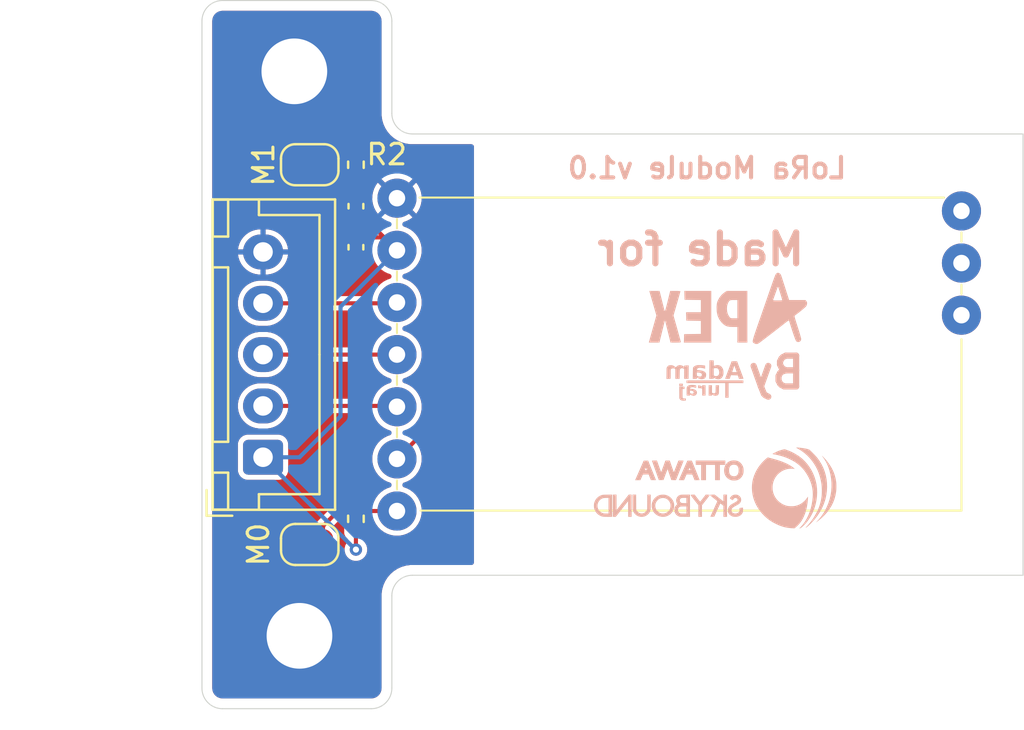
<source format=kicad_pcb>
(kicad_pcb (version 20241229) (generator "pcbnew") (generator_version "9.0")
  (title_block (title "LoRa Module") (date "2025-05-30") (rev "v1.0") (company "Ottawa Skybound") (comment 1 "Designed by Adam Turaj"))
  (layers (0 "F.Cu" signal) (2 "B.Cu" signal) (13 "F.Paste" user) (15 "B.Paste" user) (5 "F.SilkS" user "F.Silkscreen") (7 "B.SilkS" user "B.Silkscreen") (1 "F.Mask" user) (3 "B.Mask" user) (25 "Edge.Cuts" user))
  (net 0 "")
  (net 1 "+3V3")
  (net 2 "GND")
  (net 3 "Net-(J1-Pin_4)")
  (net 4 "Net-(J1-Pin_3)")
  (net 5 "Net-(J1-Pin_2)")
  (net 6 "Net-(JP1-A)")
  (net 7 "Net-(JP2-A)")
  (footprint "Capacitor_SMD:C_0402_1005Metric" (layer "F.Cu") (at 137.95 89.44 -90)
    (property "Reference" "C2" (hide yes))
    (property "Value" "4.7uF")
    (pad "1" smd roundrect (at -0.48 0 270) (size 0.56 0.62) (layers "F.Cu" "F.Mask" "F.Paste") (net 1 "+3V3"))
    (pad "2" smd roundrect (at 0.48 0 270) (size 0.56 0.62) (layers "F.Cu" "F.Mask" "F.Paste") (net 2 "GND"))
  )
  (footprint "RF_EByte:EBYTE-E220-900T22D" (layer "F.Cu") (at 154.45 94.67 90)
    (property "Reference" "U1" (hide yes))
    (property "Value" "~")
    (pad "1" thru_hole circle (at -7.62 -14.5 90) (size 1.905 1.905) (drill 0.8) (layers "*.Cu" "*.Mask") (net 6 "Net-(JP1-A)"))
    (pad "2" thru_hole circle (at -5.08 -14.5 90) (size 1.905 1.905) (drill 0.8) (layers "*.Cu" "*.Mask") (net 7 "Net-(JP2-A)"))
    (pad "3" thru_hole circle (at -2.54 -14.5 90) (size 1.905 1.905) (drill 0.8) (layers "*.Cu" "*.Mask") (net 5 "Net-(J1-Pin_2)"))
    (pad "4" thru_hole circle (at 0 -14.5 90) (size 1.905 1.905) (drill 0.8) (layers "*.Cu" "*.Mask") (net 4 "Net-(J1-Pin_3)"))
    (pad "5" thru_hole circle (at 2.54 -14.5 90) (size 1.905 1.905) (drill 0.8) (layers "*.Cu" "*.Mask") (net 3 "Net-(J1-Pin_4)"))
    (pad "6" thru_hole circle (at 5.08 -14.5 90) (size 1.905 1.905) (drill 0.8) (layers "*.Cu" "*.Mask") (net 1 "+3V3"))
    (pad "7" thru_hole circle (at 7.62 -14.5 90) (size 1.905 1.905) (drill 0.8) (layers "*.Cu" "*.Mask") (net 2 "GND"))
    (pad "8" thru_hole circle (at 1.92 13 90) (size 1.905 1.905) (drill 0.8) (layers "*.Cu" "*.Mask"))
    (pad "9" thru_hole circle (at 4.46 13 90) (size 1.905 1.905) (drill 0.8) (layers "*.Cu" "*.Mask"))
    (pad "10" thru_hole circle (at 7 13 90) (size 1.905 1.905) (drill 0.8) (layers "*.Cu" "*.Mask"))
  )
  (footprint "Connector_JST:JST_XH_B5B-XH-A_1x05_P2.50mm_Vertical" (layer "F.Cu") (at 133.425 99.67 90)
    (property "Reference" "J1" (hide yes))
    (property "Value" "Conn_MB")
    (pad "1" thru_hole roundrect (at 0 0 90) (size 1.7 1.95) (drill 0.95) (layers "*.Cu" "*.Mask") (roundrect_rratio 0.147059) (net 1 "+3V3"))
    (pad "2" thru_hole oval (at 2.5 0 90) (size 1.7 1.95) (drill 0.95) (layers "*.Cu" "*.Mask") (net 5 "Net-(J1-Pin_2)"))
    (pad "3" thru_hole oval (at 5 0 90) (size 1.7 1.95) (drill 0.95) (layers "*.Cu" "*.Mask") (net 4 "Net-(J1-Pin_3)"))
    (pad "4" thru_hole oval (at 7.5 0 90) (size 1.7 1.95) (drill 0.95) (layers "*.Cu" "*.Mask") (net 3 "Net-(J1-Pin_4)"))
    (pad "5" thru_hole oval (at 10 0 90) (size 1.7 1.95) (drill 0.95) (layers "*.Cu" "*.Mask") (net 2 "GND"))
  )
  (footprint "Jumper:SolderJumper-2_P1.3mm_Open_RoundedPad1.0x1.5mm" (layer "F.Cu") (at 135.7 85.42 180)
    (property "Reference" "M1" (at 2.25 0 90) (layer "F.SilkS"))
    (property "Value" "Jumper_2_Bridged")
    (pad "1" smd custom (at -0.65 0 180) (size 1 0.5) (layers "F.Cu" "F.Mask") (net 7 "Net-(JP2-A)") (options (clearance outline) (anchor rect)) (primitives (gr_circle (center 0 0.25) (end 0.5 0.25) (width 0) (fill yes)) (gr_circle (center 0 -0.25) (end 0.5 -0.25) (width 0) (fill yes)) (gr_poly (pts (xy 0.5 0.75) (xy 0 0.75) (xy 0 -0.75) (xy 0.5 -0.75)) (width 0) (fill yes))))
    (pad "2" smd custom (at 0.65 0 180) (size 1 0.5) (layers "F.Cu" "F.Mask") (net 1 "+3V3") (options (clearance outline) (anchor rect)) (primitives (gr_circle (center 0 0.25) (end 0.5 0.25) (width 0) (fill yes)) (gr_circle (center 0 -0.25) (end 0.5 -0.25) (width 0) (fill yes)) (gr_poly (pts (xy 0 0.75) (xy -0.5 0.75) (xy -0.5 -0.75) (xy 0 -0.75)) (width 0) (fill yes))))
  )
  (footprint "Resistor_SMD:R_0402_1005Metric" (layer "F.Cu") (at 137.95 85.42 -90)
    (property "Reference" "R2" (at -0.5 -1.5 0) (layer "F.SilkS"))
    (property "Value" "10k")
    (pad "1" smd roundrect (at -0.51 0 270) (size 0.54 0.64) (layers "F.Cu" "F.Mask" "F.Paste") (net 2 "GND"))
    (pad "2" smd roundrect (at 0.51 0 270) (size 0.54 0.64) (layers "F.Cu" "F.Mask" "F.Paste") (net 7 "Net-(JP2-A)"))
  )
  (footprint "Jumper:SolderJumper-2_P1.3mm_Open_RoundedPad1.0x1.5mm" (layer "F.Cu") (at 135.7 103.92 180)
    (property "Reference" "M0" (at 2.5 0 90) (layer "F.SilkS"))
    (property "Value" "Jumper_2_Bridged")
    (pad "1" smd custom (at -0.65 0 180) (size 1 0.5) (layers "F.Cu" "F.Mask") (net 6 "Net-(JP1-A)") (options (clearance outline) (anchor rect)) (primitives (gr_circle (center 0 0.25) (end 0.5 0.25) (width 0) (fill yes)) (gr_circle (center 0 -0.25) (end 0.5 -0.25) (width 0) (fill yes)) (gr_poly (pts (xy 0.5 0.75) (xy 0 0.75) (xy 0 -0.75) (xy 0.5 -0.75)) (width 0) (fill yes))))
    (pad "2" smd custom (at 0.65 0 180) (size 1 0.5) (layers "F.Cu" "F.Mask") (net 2 "GND") (options (clearance outline) (anchor rect)) (primitives (gr_circle (center 0 0.25) (end 0.5 0.25) (width 0) (fill yes)) (gr_circle (center 0 -0.25) (end 0.5 -0.25) (width 0) (fill yes)) (gr_poly (pts (xy 0 0.75) (xy -0.5 0.75) (xy -0.5 -0.75) (xy 0 -0.75)) (width 0) (fill yes))))
  )
  (footprint "MountingHole:MountingHole_3.2mm_M3_DIN965_Pad" (layer "F.Cu") (at 134.95 80.87)
    (property "Reference" "REF**" (hide yes))
    (property "Value" "MountingHole_3.2mm_M3_DIN965_Pad")
    (pad "1" thru_hole circle (at 0 0) (size 5.6 5.6) (drill 3.2) (layers "*.Cu" "*.Mask") (net 2 "GND"))
  )
  (footprint "Capacitor_SMD:C_0402_1005Metric" (layer "F.Cu") (at 137.95 87.44 90)
    (property "Reference" "C1" (hide yes))
    (property "Value" "0.1uF")
    (pad "1" smd roundrect (at -0.48 0 90) (size 0.56 0.62) (layers "F.Cu" "F.Mask" "F.Paste") (net 1 "+3V3"))
    (pad "2" smd roundrect (at 0.48 0 90) (size 0.56 0.62) (layers "F.Cu" "F.Mask" "F.Paste") (net 2 "GND"))
  )
  (footprint "MountingHole:MountingHole_3.2mm_M3_DIN965_Pad" (layer "F.Cu") (at 135.2 108.37)
    (property "Reference" "REF**" (hide yes))
    (property "Value" "MountingHole_3.2mm_M3_DIN965_Pad")
    (pad "1" thru_hole circle (at 0 0) (size 5.6 5.6) (drill 3.2) (layers "*.Cu" "*.Mask") (net 2 "GND"))
  )
  (footprint "Resistor_SMD:R_0402_1005Metric" (layer "F.Cu") (at 137.95 102.67 90)
    (property "Reference" "R1" (hide yes))
    (property "Value" "10k")
    (pad "1" smd roundrect (at -0.51 0 90) (size 0.54 0.64) (layers "F.Cu" "F.Mask" "F.Paste") (net 1 "+3V3"))
    (pad "2" smd roundrect (at 0.51 0 90) (size 0.54 0.64) (layers "F.Cu" "F.Mask" "F.Paste") (net 6 "Net-(JP1-A)"))
  )
  (footprint "Silkscreen:Logo" (layer "B.Cu") (at 154.95 95.92 180)
    (property "Reference" "REF**" (hide yes))
    (property "Value" "LOGO" (hide yes))
  )
  (footprint "Silkscreen:TeamLogo" (layer "B.Cu") (at 155.060818 102.428461 180)
    (property "Reference" "G***" (hide yes))
    (property "Value" "LOGO" (hide yes))
  )
  (footprint "Silkscreen:ApexLogo" (layer "B.Cu") (at 154.857863 92.053301 180)
    (property "Reference" "G***" (hide yes))
    (property "Value" "LOGO" (hide yes))
  )
  (gr_line (start 130.45 78.42) (end 130.45 110.92) (stroke (width 0.05)) (layer "Edge.Cuts"))
  (gr_line (start 131.45 77.42) (end 138.7 77.42) (stroke (width 0.05)) (layer "Edge.Cuts"))
  (gr_line (start 139.7 106.42) (end 139.7 110.92) (stroke (width 0.05)) (layer "Edge.Cuts"))
  (gr_arc (start 139.7 110.92) (mid 139.407107 111.627107) (end 138.7 111.92) (stroke (width 0.05)) (layer "Edge.Cuts"))
  (gr_arc (start 138.7 77.42) (mid 139.407107 77.712893) (end 139.7 78.42) (stroke (width 0.05)) (layer "Edge.Cuts"))
  (gr_arc (start 130.45 78.42) (mid 130.742893 77.712893) (end 131.45 77.42) (stroke (width 0.05)) (layer "Edge.Cuts"))
  (gr_line (start 139.7 78.42) (end 139.7 82.92) (stroke (width 0.05)) (layer "Edge.Cuts"))
  (gr_line (start 140.7 83.92) (end 170.45 83.92) (stroke (width 0.05)) (layer "Edge.Cuts"))
  (gr_arc (start 131.45 111.92) (mid 130.742893 111.627107) (end 130.45 110.92) (stroke (width 0.05)) (layer "Edge.Cuts"))
  (gr_arc (start 139.7 106.42) (mid 139.992893 105.712893) (end 140.7 105.42) (stroke (width 0.05)) (layer "Edge.Cuts"))
  (gr_line (start 170.45 105.42) (end 170.45 83.92) (stroke (width 0.05)) (layer "Edge.Cuts"))
  (gr_arc (start 140.7 83.92) (mid 139.992893 83.627107) (end 139.7 82.92) (stroke (width 0.05)) (layer "Edge.Cuts"))
  (gr_line (start 140.7 105.42) (end 170.45 105.42) (stroke (width 0.05)) (layer "Edge.Cuts"))
  (gr_line (start 138.7 111.92) (end 131.45 111.92) (stroke (width 0.05)) (layer "Edge.Cuts"))
  (gr_text "By" (at 159.95 96.42 0) (layer "B.SilkS") (effects (font (size 1.5 1.5) (thickness 0.3) (bold yes)) (justify left bottom mirror)))
  (gr_text "Made for" (at 159.95 90.42 0) (layer "B.SilkS") (effects (font (size 1.5 1.5) (thickness 0.3) (bold yes)) (justify left bottom mirror)))
  (gr_text "LoRa Module v1.0" (at 161.95 86.17 0) (layer "B.SilkS") (effects (font (size 1 1) (thickness 0.2) (bold yes)) (justify left bottom mirror)))
  (segment (start 137.95 88.96) (end 139.32 88.96) (width 0.2) (layer "F.Cu") (net 1))
  (segment (start 138.28 87.92) (end 139.95 89.59) (width 0.2) (layer "F.Cu") (net 1))
  (segment (start 137.95 87.92) (end 136.795 87.92) (width 0.2) (layer "F.Cu") (net 1))
  (segment (start 139.32 88.96) (end 139.95 89.59) (width 0.2) (layer "F.Cu") (net 1))
  (segment (start 137.95 103.18) (end 137.95 104.17) (width 0.2) (layer "F.Cu") (net 1))
  (segment (start 135.05 86.175) (end 135.05 85.42) (width 0.2) (layer "F.Cu") (net 1))
  (segment (start 136.795 87.92) (end 135.05 86.175) (width 0.2) (layer "F.Cu") (net 1))
  (segment (start 137.95 87.92) (end 138.28 87.92) (width 0.2) (layer "F.Cu") (net 1))
  (via (at 137.95 104.17) (size 0.6) (drill 0.3) (layers "F.Cu" "B.Cu") (net 1))
  (segment (start 137.95 104.17) (end 137.925 104.17) (width 0.2) (layer "B.Cu") (net 1))
  (segment (start 137.2 97.67) (end 135.2 99.67) (width 0.2) (layer "B.Cu") (net 1))
  (segment (start 135.2 99.67) (end 133.425 99.67) (width 0.2) (layer "B.Cu") (net 1))
  (segment (start 139.95 89.59) (end 137.2 92.34) (width 0.2) (layer "B.Cu") (net 1))
  (segment (start 137.2 92.34) (end 137.2 97.67) (width 0.2) (layer "B.Cu") (net 1))
  (segment (start 137.925 104.17) (end 133.425 99.67) (width 0.2) (layer "B.Cu") (net 1))
  (segment (start 139.91 92.17) (end 139.95 92.13) (width 0.2) (layer "F.Cu") (net 3))
  (segment (start 133.425 92.17) (end 139.91 92.17) (width 0.2) (layer "F.Cu") (net 3))
  (segment (start 133.425 94.67) (end 139.95 94.67) (width 0.2) (layer "F.Cu") (net 4))
  (segment (start 133.425 97.17) (end 139.91 97.17) (width 0.2) (layer "F.Cu") (net 5))
  (segment (start 139.91 97.17) (end 139.95 97.21) (width 0.2) (layer "F.Cu") (net 5))
  (segment (start 136.35 103.02) (end 136.35 103.92) (width 0.2) (layer "F.Cu") (net 6))
  (segment (start 139.95 102.29) (end 138.08 102.29) (width 0.2) (layer "F.Cu") (net 6))
  (segment (start 138.08 102.29) (end 137.95 102.16) (width 0.2) (layer "F.Cu") (net 6))
  (segment (start 137.21 102.16) (end 136.35 103.02) (width 0.2) (layer "F.Cu") (net 6))
  (segment (start 137.95 102.16) (end 137.21 102.16) (width 0.2) (layer "F.Cu") (net 6))
  (segment (start 142.7 87.17) (end 141.2 85.67) (width 0.2) (layer "F.Cu") (net 7))
  (segment (start 137.95 85.93) (end 136.86 85.93) (width 0.2) (layer "F.Cu") (net 7))
  (segment (start 138.21 85.67) (end 137.95 85.93) (width 0.2) (layer "F.Cu") (net 7))
  (segment (start 139.95 99.75) (end 142.7 97) (width 0.2) (layer "F.Cu") (net 7))
  (segment (start 142.7 97) (end 142.7 87.17) (width 0.2) (layer "F.Cu") (net 7))
  (segment (start 141.2 85.67) (end 138.21 85.67) (width 0.2) (layer "F.Cu") (net 7))
  (segment (start 136.86 85.93) (end 136.35 85.42) (width 0.2) (layer "F.Cu") (net 7))
  (zone (net 2) (net_name "GND") (layers "F.Cu" "B.Cu") (connect_pads (clearance 0.25)) (min_thickness 0.25) (fill yes (thermal_gap 0.25) (thermal_bridge_width 0.25))
    (polygon (pts (xy 130.45 77.42) (xy 143.7 77.42) (xy 143.7 111.92) (xy 130.45 111.92)))
  )
)
</source>
